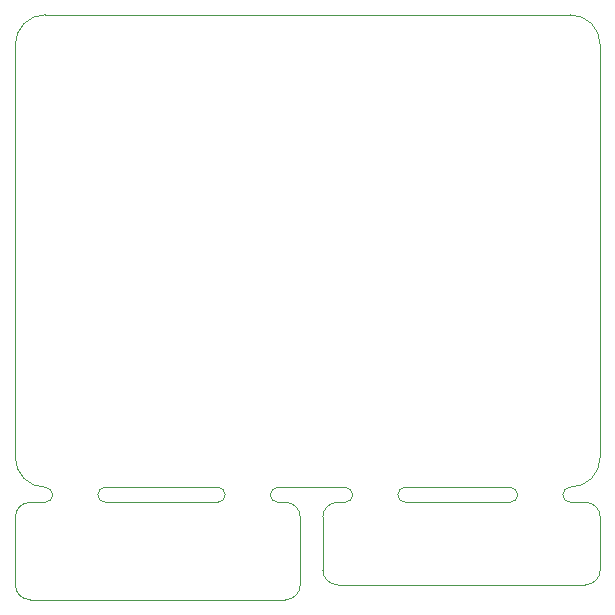
<source format=gbr>
G04 (created by PCBNEW (2013-dec-23)-stable) date Thu 04 Sep 2014 08:14:04 PM MDT*
%MOIN*%
G04 Gerber Fmt 3.4, Leading zero omitted, Abs format*
%FSLAX34Y34*%
G01*
G70*
G90*
G04 APERTURE LIST*
%ADD10C,0.00590551*%
%ADD11C,0.00393701*%
G04 APERTURE END LIST*
G54D10*
G54D11*
X24250Y-24250D02*
X24250Y-22500D01*
X33000Y-24750D02*
X24750Y-24750D01*
X33500Y-22500D02*
X33500Y-24250D01*
X33500Y-6750D02*
X33500Y-20500D01*
X14000Y-20500D02*
X14000Y-6750D01*
X32500Y-22000D02*
X33000Y-22000D01*
X24750Y-22000D02*
X25000Y-22000D01*
X23000Y-22000D02*
X22750Y-22000D01*
X14500Y-25250D02*
X23000Y-25250D01*
X15000Y-22000D02*
X14500Y-22000D01*
X30500Y-22000D02*
X27000Y-22000D01*
X27000Y-21500D02*
X30500Y-21500D01*
X26750Y-21750D02*
G75*
G03X27000Y-22000I250J0D01*
G74*
G01*
X27000Y-21500D02*
G75*
G03X26750Y-21750I0J-250D01*
G74*
G01*
X30500Y-22000D02*
G75*
G03X30750Y-21750I0J250D01*
G74*
G01*
X30750Y-21750D02*
G75*
G03X30500Y-21500I-250J0D01*
G74*
G01*
X25000Y-21500D02*
X22750Y-21500D01*
X33000Y-24750D02*
G75*
G03X33500Y-24250I0J500D01*
G74*
G01*
X33500Y-22500D02*
G75*
G03X33000Y-22000I-500J0D01*
G74*
G01*
X32250Y-21750D02*
G75*
G03X32500Y-22000I250J0D01*
G74*
G01*
X32500Y-21500D02*
G75*
G03X32250Y-21750I0J-250D01*
G74*
G01*
X25250Y-21750D02*
G75*
G03X25000Y-21500I-250J0D01*
G74*
G01*
X25000Y-22000D02*
G75*
G03X25250Y-21750I0J250D01*
G74*
G01*
X24250Y-24250D02*
G75*
G03X24750Y-24750I500J0D01*
G74*
G01*
X24750Y-22000D02*
G75*
G03X24250Y-22500I0J-500D01*
G74*
G01*
X20750Y-21500D02*
X17000Y-21500D01*
X17000Y-22000D02*
X20750Y-22000D01*
X14000Y-24750D02*
X14000Y-22500D01*
X23500Y-22500D02*
X23500Y-24750D01*
X23500Y-22500D02*
G75*
G03X23000Y-22000I-500J0D01*
G74*
G01*
X23000Y-25250D02*
G75*
G03X23500Y-24750I0J500D01*
G74*
G01*
X14000Y-24750D02*
G75*
G03X14500Y-25250I500J0D01*
G74*
G01*
X14500Y-22000D02*
G75*
G03X14000Y-22500I0J-500D01*
G74*
G01*
X22500Y-21750D02*
G75*
G03X22750Y-22000I250J0D01*
G74*
G01*
X22750Y-21500D02*
G75*
G03X22500Y-21750I0J-250D01*
G74*
G01*
X20750Y-22000D02*
G75*
G03X21000Y-21750I0J250D01*
G74*
G01*
X21000Y-21750D02*
G75*
G03X20750Y-21500I-250J0D01*
G74*
G01*
X17000Y-21500D02*
G75*
G03X16750Y-21750I0J-250D01*
G74*
G01*
X16750Y-21750D02*
G75*
G03X17000Y-22000I250J0D01*
G74*
G01*
X15000Y-22000D02*
G75*
G03X15250Y-21750I0J250D01*
G74*
G01*
X15250Y-21750D02*
G75*
G03X15000Y-21500I-250J0D01*
G74*
G01*
X32500Y-21500D02*
G75*
G03X33500Y-20500I0J1000D01*
G74*
G01*
X14000Y-20500D02*
G75*
G03X15000Y-21500I1000J0D01*
G74*
G01*
X15000Y-5750D02*
G75*
G03X14000Y-6750I0J-1000D01*
G74*
G01*
X33500Y-6750D02*
G75*
G03X32500Y-5750I-1000J0D01*
G74*
G01*
X15000Y-5750D02*
X32500Y-5750D01*
M02*

</source>
